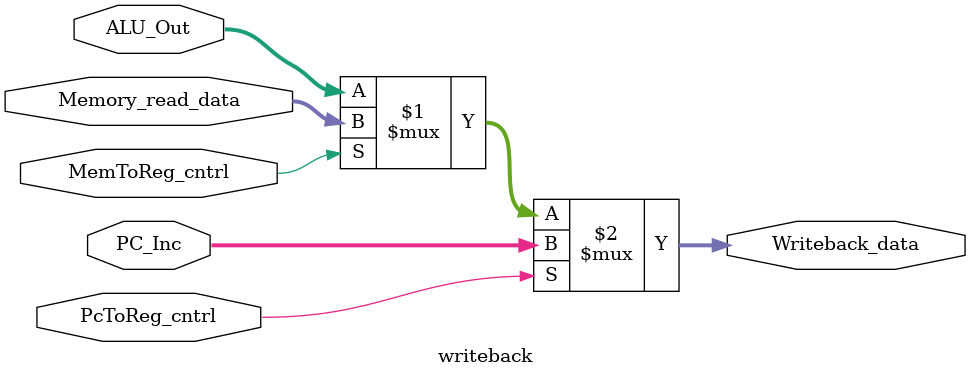
<source format=v>
module writeback(
	output [15:0] Writeback_data,
	input  [15:0] Memory_read_data,		
	input  [15:0] PC_Inc,		
	input  [15:0] ALU_Out,	
	input MemToReg_cntrl,
	input PcToReg_cntrl
);	
	assign Writeback_data = PcToReg_cntrl ? PC_Inc :
		MemToReg_cntrl ? Memory_read_data : ALU_Out;
endmodule

</source>
